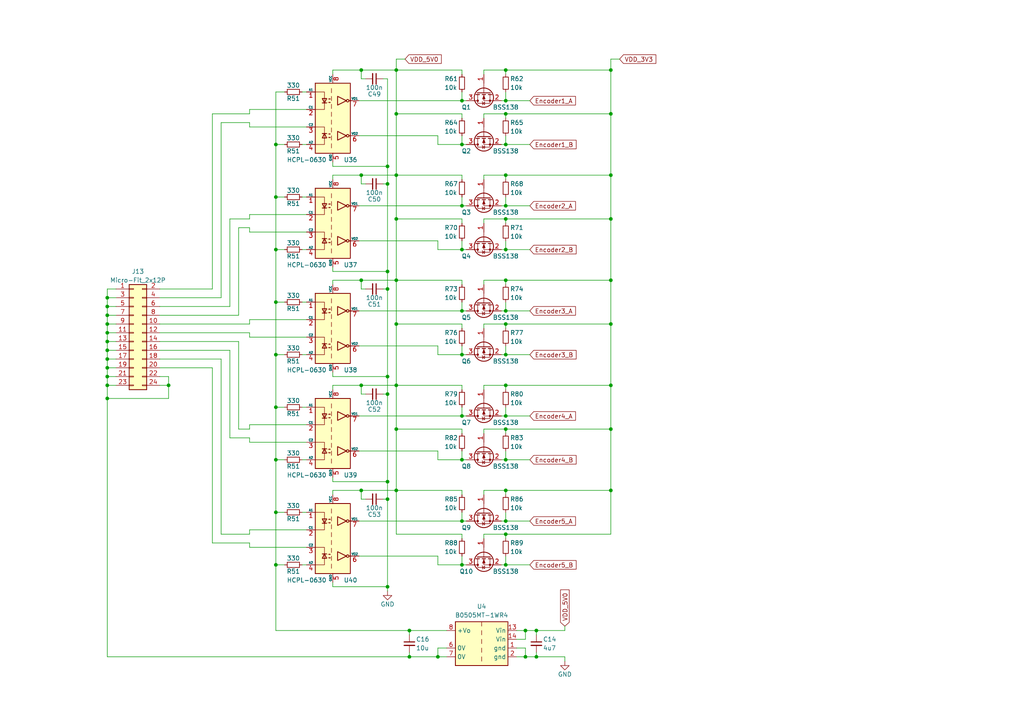
<source format=kicad_sch>
(kicad_sch (version 20230121) (generator eeschema)
  (paper "A4")
  (lib_symbols
    (symbol "Connector_Generic:Conn_02x12_Odd_Even" (pin_names (offset 1.016) hide)
      (property "Reference" "J" (at 1.27 15.24 0))
      (property "Value" "Conn_02x12_Odd_Even" (at 1.27 -17.78 0))
      (symbol "Conn_02x12_Odd_Even_1_1"
        (pin passive line (at -5.08 12.7 0) (length 3.81) (name "Pin_1") (number "1"))
        (pin passive line (at 7.62 2.54 180) (length 3.81) (name "Pin_10") (number "10"))
        (pin passive line (at -5.08 0 0) (length 3.81) (name "Pin_11") (number "11"))
        (pin passive line (at 7.62 0 180) (length 3.81) (name "Pin_12") (number "12"))
        (pin passive line (at -5.08 -2.54 0) (length 3.81) (name "Pin_13") (number "13"))
        (pin passive line (at 7.62 -2.54 180) (length 3.81) (name "Pin_14") (number "14"))
        (pin passive line (at -5.08 -5.08 0) (length 3.81) (name "Pin_15") (number "15"))
        (pin passive line (at 7.62 -5.08 180) (length 3.81) (name "Pin_16") (number "16"))
        (pin passive line (at -5.08 -7.62 0) (length 3.81) (name "Pin_17") (number "17"))
        (pin passive line (at 7.62 -7.62 180) (length 3.81) (name "Pin_18") (number "18"))
        (pin passive line (at -5.08 -10.16 0) (length 3.81) (name "Pin_19") (number "19"))
        (pin passive line (at 7.62 12.7 180) (length 3.81) (name "Pin_2") (number "2"))
        (pin passive line (at 7.62 -10.16 180) (length 3.81) (name "Pin_20") (number "20"))
        (pin passive line (at -5.08 -12.7 0) (length 3.81) (name "Pin_21") (number "21"))
        (pin passive line (at 7.62 -12.7 180) (length 3.81) (name "Pin_22") (number "22"))
        (pin passive line (at -5.08 -15.24 0) (length 3.81) (name "Pin_23") (number "23"))
        (pin passive line (at 7.62 -15.24 180) (length 3.81) (name "Pin_24") (number "24"))
        (pin passive line (at -5.08 10.16 0) (length 3.81) (name "Pin_3") (number "3"))
        (pin passive line (at 7.62 10.16 180) (length 3.81) (name "Pin_4") (number "4"))
        (pin passive line (at -5.08 7.62 0) (length 3.81) (name "Pin_5") (number "5"))
        (pin passive line (at 7.62 7.62 180) (length 3.81) (name "Pin_6") (number "6"))
        (pin passive line (at -5.08 5.08 0) (length 3.81) (name "Pin_7") (number "7"))
        (pin passive line (at 7.62 5.08 180) (length 3.81) (name "Pin_8") (number "8"))
        (pin passive line (at -5.08 2.54 0) (length 3.81) (name "Pin_9") (number "9"))
      )
    )
    (symbol "Device:C_Small" (pin_numbers hide) (pin_names (offset 0.254) hide)
      (property "Reference" "C" (at 0.254 1.778 0))
      (property "Value" "C_Small" (at 0.254 -2.032 0))
      (symbol "C_Small_1_1"
        (pin passive line (at 0 2.54 270) (length 2.032) (name "~") (number "1"))
        (pin passive line (at 0 -2.54 90) (length 2.032) (name "~") (number "2"))
      )
    )
    (symbol "Device:R_Small" (pin_numbers hide) (pin_names (offset 0.254) hide)
      (property "Reference" "R" (at 0.762 0.508 0))
      (property "Value" "R_Small" (at 0.762 -1.016 0))
      (symbol "R_Small_1_1"
        (pin passive line (at 0 2.54 270) (length 0.762) (name "~") (number "1"))
        (pin passive line (at 0 -2.54 90) (length 0.762) (name "~") (number "2"))
      )
    )
    (symbol "ISO1050DUB_1"
      (property "Reference" "U4" (at 0 9.525 0))
      (property "Value" "ISO1050DUB" (at 0 6.985 0))
      (symbol "ISO1050DUB_1_1_1"
        (pin input line (at -10.16 -2.54 0) (length 2.54) (name "gnd") (number "1"))
        (pin power_in line (at -10.16 2.54 0) (length 2.54) (name "Vin") (number "13"))
        (pin output line (at -10.16 0 0) (length 2.54) (name "Vin") (number "14"))
        (pin power_in line (at -10.16 -5.08 0) (length 2.54) (name "gnd") (number "2"))
        (pin power_in line (at 10.16 -2.54 180) (length 2.54) (name "0V") (number "6"))
        (pin power_in line (at 10.16 -5.08 180) (length 2.54) (name "0V") (number "7"))
        (pin bidirectional line (at 10.16 2.54 180) (length 2.54) (name "+Vo") (number "8"))
      )
    )
    (symbol "Isolator:HCPL-0630" (pin_names (offset 0))
      (property "Reference" "U" (at -4.064 11.43 0))
      (property "Value" "HCPL-0630" (at 7.874 11.43 0))
      (symbol "HCPL-0630_1_1"
        (pin passive line (at -7.62 7.62 0) (length 2.54) (name "A1") (number "1"))
        (pin passive line (at -7.62 2.54 0) (length 2.54) (name "C1") (number "2"))
        (pin passive line (at -7.62 -2.54 0) (length 2.54) (name "C2") (number "3"))
        (pin passive line (at -7.62 -7.62 0) (length 2.54) (name "A2") (number "4"))
        (pin power_in line (at 0 -12.7 90) (length 2.54) (name "GND") (number "5"))
        (pin open_collector line (at 7.62 -5.08 180) (length 2.54) (name "VO2") (number "6"))
        (pin open_collector line (at 7.62 5.08 180) (length 2.54) (name "VO1") (number "7"))
        (pin power_in line (at 0 12.7 270) (length 2.54) (name "VCC") (number "8"))
      )
    )
    (symbol "Transistor_FET:BSS138" (pin_names hide)
      (property "Reference" "Q" (at 5.08 1.905 0))
      (property "Value" "BSS138" (at 5.08 0 0))
      (symbol "BSS138_1_1"
        (pin input line (at -5.08 0 0) (length 2.54) (name "G") (number "1"))
        (pin passive line (at 2.54 -5.08 90) (length 2.54) (name "S") (number "2"))
        (pin passive line (at 2.54 5.08 270) (length 2.54) (name "D") (number "3"))
      )
    )
    (symbol "power:GND" (power) (pin_names (offset 0))
      (property "Value" "GND" (at 0 -3.81 0))
      (symbol "GND_1_1"
        (pin power_in line (at 0 0 270) (length 0) hide (name "GND") (number "1"))
      )
    )
  )
  (junction (at 114.935 50.8))
  (junction (at 152.4 182.88))
  (junction (at 114.935 63.5))
  (junction (at 133.985 120.65))
  (junction (at 146.685 63.5))
  (junction (at 133.985 133.35))
  (junction (at 118.745 182.88))
  (junction (at 146.685 142.24))
  (junction (at 146.685 72.39))
  (junction (at 112.395 109.22))
  (junction (at 146.685 102.87))
  (junction (at 80.01 133.35))
  (junction (at 104.775 111.76))
  (junction (at 31.115 86.36))
  (junction (at 80.01 57.15))
  (junction (at 177.165 142.24))
  (junction (at 31.115 96.52))
  (junction (at 80.01 87.63))
  (junction (at 114.935 142.24))
  (junction (at 133.985 72.39))
  (junction (at 31.115 88.9))
  (junction (at 155.575 190.5))
  (junction (at 31.115 93.98))
  (junction (at 31.115 101.6))
  (junction (at 152.4 190.5))
  (junction (at 112.395 83.82))
  (junction (at 133.985 163.83))
  (junction (at 133.985 90.17))
  (junction (at 146.685 154.94))
  (junction (at 112.395 144.78))
  (junction (at 133.985 29.21))
  (junction (at 118.745 190.5))
  (junction (at 31.115 106.68))
  (junction (at 133.985 59.69))
  (junction (at 155.575 182.88))
  (junction (at 146.685 163.83))
  (junction (at 114.935 81.28))
  (junction (at 146.685 20.32))
  (junction (at 177.165 93.98))
  (junction (at 177.165 63.5))
  (junction (at 177.165 111.76))
  (junction (at 112.395 53.34))
  (junction (at 146.685 93.98))
  (junction (at 177.165 50.8))
  (junction (at 146.685 81.28))
  (junction (at 177.165 33.02))
  (junction (at 80.01 102.87))
  (junction (at 133.985 102.87))
  (junction (at 177.165 81.28))
  (junction (at 48.895 111.76))
  (junction (at 112.395 170.18))
  (junction (at 146.685 111.76))
  (junction (at 104.775 142.24))
  (junction (at 146.685 33.02))
  (junction (at 146.685 133.35))
  (junction (at 133.985 151.13))
  (junction (at 112.395 78.74))
  (junction (at 104.775 50.8))
  (junction (at 80.01 163.83))
  (junction (at 31.115 99.06))
  (junction (at 114.935 93.98))
  (junction (at 104.775 81.28))
  (junction (at 80.01 148.59))
  (junction (at 146.685 124.46))
  (junction (at 146.685 90.17))
  (junction (at 80.01 72.39))
  (junction (at 177.165 20.32))
  (junction (at 177.165 124.46))
  (junction (at 146.685 29.21))
  (junction (at 133.985 41.91))
  (junction (at 31.115 115.57))
  (junction (at 31.115 109.22))
  (junction (at 114.935 20.32))
  (junction (at 112.395 48.26))
  (junction (at 146.685 50.8))
  (junction (at 31.115 111.76))
  (junction (at 80.01 118.11))
  (junction (at 104.775 20.32))
  (junction (at 112.395 114.3))
  (junction (at 80.01 41.91))
  (junction (at 146.685 41.91))
  (junction (at 31.115 91.44))
  (junction (at 146.685 151.13))
  (junction (at 146.685 59.69))
  (junction (at 114.935 124.46))
  (junction (at 31.115 104.14))
  (junction (at 114.935 33.02))
  (junction (at 112.395 139.7))
  (junction (at 146.685 120.65))
  (junction (at 114.935 111.76))
  (junction (at 127 190.5))
  (wire (pts (xy 96.52 20.32) (xy 104.775 20.32)))
  (wire (pts (xy 133.985 102.87) (xy 133.985 100.33)))
  (wire (pts (xy 104.14 90.17) (xy 133.985 90.17)))
  (wire (pts (xy 96.52 50.8) (xy 104.775 50.8)))
  (wire (pts (xy 133.985 113.03) (xy 133.985 111.76)))
  (wire (pts (xy 140.335 50.8) (xy 146.685 50.8)))
  (wire (pts (xy 33.655 86.36) (xy 31.115 86.36)))
  (wire (pts (xy 72.39 158.75) (xy 72.39 157.48)))
  (wire (pts (xy 114.935 142.24) (xy 114.935 124.46)))
  (wire (pts (xy 80.01 87.63) (xy 80.01 102.87)))
  (wire (pts (xy 140.335 124.46) (xy 146.685 124.46)))
  (wire (pts (xy 46.355 96.52) (xy 72.39 96.52)))
  (wire (pts (xy 114.935 17.145) (xy 114.935 20.32)))
  (wire (pts (xy 31.115 93.98) (xy 31.115 96.52)))
  (wire (pts (xy 135.255 163.83) (xy 133.985 163.83)))
  (wire (pts (xy 64.135 154.94) (xy 72.39 154.94)))
  (wire (pts (xy 129.54 187.96) (xy 127 187.96)))
  (wire (pts (xy 88.9 92.71) (xy 72.39 92.71)))
  (wire (pts (xy 146.685 93.98) (xy 177.165 93.98)))
  (wire (pts (xy 106.045 22.86) (xy 104.775 22.86)))
  (wire (pts (xy 133.985 34.29) (xy 133.985 33.02)))
  (wire (pts (xy 80.01 41.91) (xy 82.55 41.91)))
  (wire (pts (xy 88.9 67.31) (xy 72.39 67.31)))
  (wire (pts (xy 80.01 26.67) (xy 80.01 41.91)))
  (wire (pts (xy 140.335 63.5) (xy 146.685 63.5)))
  (wire (pts (xy 31.115 96.52) (xy 31.115 99.06)))
  (wire (pts (xy 127 161.29) (xy 127 163.83)))
  (wire (pts (xy 66.675 63.5) (xy 72.39 63.5)))
  (wire (pts (xy 140.335 156.21) (xy 140.335 154.94)))
  (wire (pts (xy 155.575 190.5) (xy 163.83 190.5)))
  (wire (pts (xy 146.685 90.17) (xy 146.685 87.63)))
  (wire (pts (xy 66.675 101.6) (xy 46.355 101.6)))
  (wire (pts (xy 152.4 182.88) (xy 155.575 182.88)))
  (wire (pts (xy 127 187.96) (xy 127 190.5)))
  (wire (pts (xy 135.255 90.17) (xy 133.985 90.17)))
  (wire (pts (xy 87.63 118.11) (xy 88.9 118.11)))
  (wire (pts (xy 46.355 104.14) (xy 64.135 104.14)))
  (wire (pts (xy 146.685 154.94) (xy 146.685 156.21)))
  (wire (pts (xy 114.935 33.02) (xy 114.935 20.32)))
  (wire (pts (xy 104.775 50.8) (xy 114.935 50.8)))
  (wire (pts (xy 146.685 102.87) (xy 146.685 100.33)))
  (wire (pts (xy 80.01 148.59) (xy 80.01 163.83)))
  (wire (pts (xy 177.165 93.98) (xy 177.165 111.76)))
  (wire (pts (xy 140.335 82.55) (xy 140.335 81.28)))
  (wire (pts (xy 104.775 114.3) (xy 104.775 111.76)))
  (wire (pts (xy 146.685 29.21) (xy 153.67 29.21)))
  (wire (pts (xy 96.52 107.95) (xy 96.52 109.22)))
  (wire (pts (xy 177.165 63.5) (xy 177.165 81.28)))
  (wire (pts (xy 133.985 133.35) (xy 133.985 130.81)))
  (wire (pts (xy 96.52 48.26) (xy 112.395 48.26)))
  (wire (pts (xy 61.595 157.48) (xy 61.595 106.68)))
  (wire (pts (xy 80.01 163.83) (xy 82.55 163.83)))
  (wire (pts (xy 146.685 63.5) (xy 146.685 64.77)))
  (wire (pts (xy 33.655 106.68) (xy 31.115 106.68)))
  (wire (pts (xy 66.675 127) (xy 66.675 101.6)))
  (wire (pts (xy 135.255 133.35) (xy 133.985 133.35)))
  (wire (pts (xy 31.115 104.14) (xy 31.115 106.68)))
  (wire (pts (xy 146.685 72.39) (xy 146.685 69.85)))
  (wire (pts (xy 106.045 114.3) (xy 104.775 114.3)))
  (wire (pts (xy 145.415 29.21) (xy 146.685 29.21)))
  (wire (pts (xy 104.14 59.69) (xy 133.985 59.69)))
  (wire (pts (xy 127 72.39) (xy 133.985 72.39)))
  (wire (pts (xy 80.01 163.83) (xy 80.01 182.88)))
  (wire (pts (xy 46.355 83.82) (xy 61.595 83.82)))
  (wire (pts (xy 80.01 118.11) (xy 82.55 118.11)))
  (wire (pts (xy 163.83 181.61) (xy 163.83 182.88)))
  (wire (pts (xy 133.985 90.17) (xy 133.985 87.63)))
  (wire (pts (xy 155.575 189.23) (xy 155.575 190.5)))
  (wire (pts (xy 140.335 81.28) (xy 146.685 81.28)))
  (wire (pts (xy 112.395 78.74) (xy 112.395 83.82)))
  (wire (pts (xy 111.125 144.78) (xy 112.395 144.78)))
  (wire (pts (xy 112.395 114.3) (xy 112.395 139.7)))
  (wire (pts (xy 88.9 62.23) (xy 72.39 62.23)))
  (wire (pts (xy 111.125 22.86) (xy 112.395 22.86)))
  (wire (pts (xy 61.595 157.48) (xy 72.39 157.48)))
  (wire (pts (xy 133.985 29.21) (xy 133.985 26.67)))
  (wire (pts (xy 140.335 33.02) (xy 146.685 33.02)))
  (wire (pts (xy 112.395 170.18) (xy 112.395 171.45)))
  (wire (pts (xy 114.935 81.28) (xy 114.935 63.5)))
  (wire (pts (xy 146.685 111.76) (xy 146.685 113.03)))
  (wire (pts (xy 146.685 50.8) (xy 146.685 52.07)))
  (wire (pts (xy 72.39 97.79) (xy 72.39 96.52)))
  (wire (pts (xy 88.9 158.75) (xy 72.39 158.75)))
  (wire (pts (xy 135.255 151.13) (xy 133.985 151.13)))
  (wire (pts (xy 72.39 67.31) (xy 72.39 66.04)))
  (wire (pts (xy 72.39 153.67) (xy 72.39 154.94)))
  (wire (pts (xy 145.415 41.91) (xy 146.685 41.91)))
  (wire (pts (xy 104.775 81.28) (xy 114.935 81.28)))
  (wire (pts (xy 33.655 109.22) (xy 31.115 109.22)))
  (wire (pts (xy 72.39 66.04) (xy 69.215 66.04)))
  (wire (pts (xy 80.01 118.11) (xy 80.01 133.35)))
  (wire (pts (xy 104.775 83.82) (xy 104.775 81.28)))
  (wire (pts (xy 114.935 20.32) (xy 133.985 20.32)))
  (wire (pts (xy 104.14 120.65) (xy 133.985 120.65)))
  (wire (pts (xy 135.255 29.21) (xy 133.985 29.21)))
  (wire (pts (xy 140.335 154.94) (xy 146.685 154.94)))
  (wire (pts (xy 145.415 90.17) (xy 146.685 90.17)))
  (wire (pts (xy 61.595 106.68) (xy 46.355 106.68)))
  (wire (pts (xy 104.14 161.29) (xy 127 161.29)))
  (wire (pts (xy 118.745 182.88) (xy 129.54 182.88)))
  (wire (pts (xy 146.685 63.5) (xy 177.165 63.5)))
  (wire (pts (xy 118.745 182.88) (xy 118.745 184.15)))
  (wire (pts (xy 96.52 77.47) (xy 96.52 78.74)))
  (wire (pts (xy 66.675 127) (xy 72.39 127)))
  (wire (pts (xy 104.14 29.21) (xy 133.985 29.21)))
  (wire (pts (xy 146.685 41.91) (xy 146.685 39.37)))
  (wire (pts (xy 177.165 20.32) (xy 177.165 33.02)))
  (wire (pts (xy 114.935 154.94) (xy 114.935 142.24)))
  (wire (pts (xy 140.335 52.07) (xy 140.335 50.8)))
  (wire (pts (xy 96.52 52.07) (xy 96.52 50.8)))
  (wire (pts (xy 46.355 99.06) (xy 69.215 99.06)))
  (wire (pts (xy 133.985 125.73) (xy 133.985 124.46)))
  (wire (pts (xy 69.215 99.06) (xy 69.215 124.46)))
  (wire (pts (xy 133.985 93.98) (xy 114.935 93.98)))
  (wire (pts (xy 96.52 168.91) (xy 96.52 170.18)))
  (wire (pts (xy 111.125 83.82) (xy 112.395 83.82)))
  (wire (pts (xy 31.115 88.9) (xy 31.115 91.44)))
  (wire (pts (xy 87.63 72.39) (xy 88.9 72.39)))
  (wire (pts (xy 48.895 109.22) (xy 48.895 111.76)))
  (wire (pts (xy 48.895 111.76) (xy 48.895 115.57)))
  (wire (pts (xy 88.9 123.19) (xy 72.39 123.19)))
  (wire (pts (xy 104.14 69.85) (xy 127 69.85)))
  (wire (pts (xy 133.985 81.28) (xy 114.935 81.28)))
  (wire (pts (xy 33.655 83.82) (xy 31.115 83.82)))
  (wire (pts (xy 96.52 78.74) (xy 112.395 78.74)))
  (wire (pts (xy 72.39 124.46) (xy 69.215 124.46)))
  (wire (pts (xy 104.775 142.24) (xy 114.935 142.24)))
  (wire (pts (xy 135.255 59.69) (xy 133.985 59.69)))
  (wire (pts (xy 80.01 72.39) (xy 80.01 87.63)))
  (wire (pts (xy 146.685 142.24) (xy 177.165 142.24)))
  (wire (pts (xy 96.52 113.03) (xy 96.52 111.76)))
  (wire (pts (xy 177.165 81.28) (xy 177.165 93.98)))
  (wire (pts (xy 135.255 72.39) (xy 133.985 72.39)))
  (wire (pts (xy 146.685 124.46) (xy 177.165 124.46)))
  (wire (pts (xy 133.985 64.77) (xy 133.985 63.5)))
  (wire (pts (xy 127 130.81) (xy 127 133.35)))
  (wire (pts (xy 64.135 104.14) (xy 64.135 154.94)))
  (wire (pts (xy 87.63 133.35) (xy 88.9 133.35)))
  (wire (pts (xy 145.415 102.87) (xy 146.685 102.87)))
  (wire (pts (xy 133.985 120.65) (xy 133.985 118.11)))
  (wire (pts (xy 140.335 93.98) (xy 146.685 93.98)))
  (wire (pts (xy 31.115 101.6) (xy 31.115 104.14)))
  (wire (pts (xy 146.685 133.35) (xy 146.685 130.81)))
  (wire (pts (xy 72.39 128.27) (xy 72.39 127)))
  (wire (pts (xy 87.63 57.15) (xy 88.9 57.15)))
  (wire (pts (xy 133.985 52.07) (xy 133.985 50.8)))
  (wire (pts (xy 146.685 93.98) (xy 146.685 95.25)))
  (wire (pts (xy 145.415 59.69) (xy 146.685 59.69)))
  (wire (pts (xy 114.935 93.98) (xy 114.935 81.28)))
  (wire (pts (xy 127 69.85) (xy 127 72.39)))
  (wire (pts (xy 33.655 93.98) (xy 31.115 93.98)))
  (wire (pts (xy 146.685 124.46) (xy 146.685 125.73)))
  (wire (pts (xy 104.775 22.86) (xy 104.775 20.32)))
  (wire (pts (xy 133.985 63.5) (xy 114.935 63.5)))
  (wire (pts (xy 133.985 156.21) (xy 133.985 154.94)))
  (wire (pts (xy 33.655 101.6) (xy 31.115 101.6)))
  (wire (pts (xy 104.775 144.78) (xy 104.775 142.24)))
  (wire (pts (xy 155.575 182.88) (xy 163.83 182.88)))
  (wire (pts (xy 146.685 133.35) (xy 153.67 133.35)))
  (wire (pts (xy 177.165 50.8) (xy 177.165 63.5)))
  (wire (pts (xy 96.52 82.55) (xy 96.52 81.28)))
  (wire (pts (xy 106.045 53.34) (xy 104.775 53.34)))
  (wire (pts (xy 146.685 120.65) (xy 153.67 120.65)))
  (wire (pts (xy 133.985 154.94) (xy 114.935 154.94)))
  (wire (pts (xy 61.595 33.02) (xy 72.39 33.02)))
  (wire (pts (xy 140.335 34.29) (xy 140.335 33.02)))
  (wire (pts (xy 80.01 148.59) (xy 82.55 148.59)))
  (wire (pts (xy 133.985 95.25) (xy 133.985 93.98)))
  (wire (pts (xy 80.01 182.88) (xy 118.745 182.88)))
  (wire (pts (xy 66.675 63.5) (xy 66.675 88.9)))
  (wire (pts (xy 87.63 148.59) (xy 88.9 148.59)))
  (wire (pts (xy 112.395 83.82) (xy 112.395 109.22)))
  (wire (pts (xy 127 163.83) (xy 133.985 163.83)))
  (wire (pts (xy 80.01 72.39) (xy 82.55 72.39)))
  (wire (pts (xy 64.135 35.56) (xy 72.39 35.56)))
  (wire (pts (xy 96.52 142.24) (xy 104.775 142.24)))
  (wire (pts (xy 140.335 111.76) (xy 146.685 111.76)))
  (wire (pts (xy 179.705 17.145) (xy 177.165 17.145)))
  (wire (pts (xy 96.52 139.7) (xy 112.395 139.7)))
  (wire (pts (xy 72.39 36.83) (xy 72.39 35.56)))
  (wire (pts (xy 96.52 138.43) (xy 96.52 139.7)))
  (wire (pts (xy 33.655 88.9) (xy 31.115 88.9)))
  (wire (pts (xy 114.935 124.46) (xy 114.935 111.76)))
  (wire (pts (xy 146.685 72.39) (xy 153.67 72.39)))
  (wire (pts (xy 146.685 20.32) (xy 146.685 21.59)))
  (wire (pts (xy 87.63 102.87) (xy 88.9 102.87)))
  (wire (pts (xy 133.985 142.24) (xy 114.935 142.24)))
  (wire (pts (xy 96.52 21.59) (xy 96.52 20.32)))
  (wire (pts (xy 114.935 50.8) (xy 114.935 33.02)))
  (wire (pts (xy 112.395 48.26) (xy 112.395 53.34)))
  (wire (pts (xy 133.985 111.76) (xy 114.935 111.76)))
  (wire (pts (xy 112.395 22.86) (xy 112.395 48.26)))
  (wire (pts (xy 96.52 111.76) (xy 104.775 111.76)))
  (wire (pts (xy 146.685 33.02) (xy 146.685 34.29)))
  (wire (pts (xy 177.165 142.24) (xy 177.165 154.94)))
  (wire (pts (xy 72.39 31.75) (xy 72.39 33.02)))
  (wire (pts (xy 133.985 21.59) (xy 133.985 20.32)))
  (wire (pts (xy 31.115 109.22) (xy 31.115 111.76)))
  (wire (pts (xy 152.4 185.42) (xy 152.4 182.88)))
  (wire (pts (xy 163.83 190.5) (xy 163.83 191.77)))
  (wire (pts (xy 177.165 33.02) (xy 177.165 50.8)))
  (wire (pts (xy 33.655 111.76) (xy 31.115 111.76)))
  (wire (pts (xy 146.685 120.65) (xy 146.685 118.11)))
  (wire (pts (xy 149.86 187.96) (xy 152.4 187.96)))
  (wire (pts (xy 31.115 106.68) (xy 31.115 109.22)))
  (wire (pts (xy 112.395 53.34) (xy 112.395 78.74)))
  (wire (pts (xy 80.01 57.15) (xy 82.55 57.15)))
  (wire (pts (xy 127 102.87) (xy 133.985 102.87)))
  (wire (pts (xy 104.14 39.37) (xy 127 39.37)))
  (wire (pts (xy 146.685 29.21) (xy 146.685 26.67)))
  (wire (pts (xy 133.985 143.51) (xy 133.985 142.24)))
  (wire (pts (xy 146.685 163.83) (xy 153.67 163.83)))
  (wire (pts (xy 133.985 163.83) (xy 133.985 161.29)))
  (wire (pts (xy 140.335 95.25) (xy 140.335 93.98)))
  (wire (pts (xy 46.355 111.76) (xy 48.895 111.76)))
  (wire (pts (xy 146.685 151.13) (xy 153.67 151.13)))
  (wire (pts (xy 111.125 53.34) (xy 112.395 53.34)))
  (wire (pts (xy 72.39 123.19) (xy 72.39 124.46)))
  (wire (pts (xy 177.165 111.76) (xy 177.165 124.46)))
  (wire (pts (xy 146.685 142.24) (xy 146.685 143.51)))
  (wire (pts (xy 146.685 81.28) (xy 177.165 81.28)))
  (wire (pts (xy 127 39.37) (xy 127 41.91)))
  (wire (pts (xy 72.39 92.71) (xy 72.39 93.98)))
  (wire (pts (xy 80.01 87.63) (xy 82.55 87.63)))
  (wire (pts (xy 133.985 41.91) (xy 133.985 39.37)))
  (wire (pts (xy 133.985 82.55) (xy 133.985 81.28)))
  (wire (pts (xy 145.415 120.65) (xy 146.685 120.65)))
  (wire (pts (xy 31.115 115.57) (xy 48.895 115.57)))
  (wire (pts (xy 88.9 153.67) (xy 72.39 153.67)))
  (wire (pts (xy 46.355 109.22) (xy 48.895 109.22)))
  (wire (pts (xy 87.63 26.67) (xy 88.9 26.67)))
  (wire (pts (xy 96.52 81.28) (xy 104.775 81.28)))
  (wire (pts (xy 66.675 88.9) (xy 46.355 88.9)))
  (wire (pts (xy 146.685 50.8) (xy 177.165 50.8)))
  (wire (pts (xy 146.685 59.69) (xy 153.67 59.69)))
  (wire (pts (xy 146.685 151.13) (xy 146.685 148.59)))
  (wire (pts (xy 87.63 41.91) (xy 88.9 41.91)))
  (wire (pts (xy 80.01 133.35) (xy 80.01 148.59)))
  (wire (pts (xy 80.01 133.35) (xy 82.55 133.35)))
  (wire (pts (xy 31.115 190.5) (xy 118.745 190.5)))
  (wire (pts (xy 104.775 111.76) (xy 114.935 111.76)))
  (wire (pts (xy 111.125 114.3) (xy 112.395 114.3)))
  (wire (pts (xy 112.395 109.22) (xy 112.395 114.3)))
  (wire (pts (xy 96.52 143.51) (xy 96.52 142.24)))
  (wire (pts (xy 31.115 83.82) (xy 31.115 86.36)))
  (wire (pts (xy 104.775 53.34) (xy 104.775 50.8)))
  (wire (pts (xy 145.415 163.83) (xy 146.685 163.83)))
  (wire (pts (xy 88.9 31.75) (xy 72.39 31.75)))
  (wire (pts (xy 145.415 133.35) (xy 146.685 133.35)))
  (wire (pts (xy 80.01 102.87) (xy 82.55 102.87)))
  (wire (pts (xy 146.685 111.76) (xy 177.165 111.76)))
  (wire (pts (xy 87.63 163.83) (xy 88.9 163.83)))
  (wire (pts (xy 140.335 143.51) (xy 140.335 142.24)))
  (wire (pts (xy 145.415 151.13) (xy 146.685 151.13)))
  (wire (pts (xy 31.115 86.36) (xy 31.115 88.9)))
  (wire (pts (xy 106.045 144.78) (xy 104.775 144.78)))
  (wire (pts (xy 127 133.35) (xy 133.985 133.35)))
  (wire (pts (xy 133.985 59.69) (xy 133.985 57.15)))
  (wire (pts (xy 133.985 50.8) (xy 114.935 50.8)))
  (wire (pts (xy 146.685 163.83) (xy 146.685 161.29)))
  (wire (pts (xy 46.355 93.98) (xy 72.39 93.98)))
  (wire (pts (xy 96.52 170.18) (xy 112.395 170.18)))
  (wire (pts (xy 118.745 189.23) (xy 118.745 190.5)))
  (wire (pts (xy 80.01 41.91) (xy 80.01 57.15)))
  (wire (pts (xy 149.86 185.42) (xy 152.4 185.42)))
  (wire (pts (xy 80.01 57.15) (xy 80.01 72.39)))
  (wire (pts (xy 46.355 91.44) (xy 69.215 91.44)))
  (wire (pts (xy 152.4 190.5) (xy 155.575 190.5)))
  (wire (pts (xy 146.685 90.17) (xy 153.67 90.17)))
  (wire (pts (xy 127 190.5) (xy 129.54 190.5)))
  (wire (pts (xy 146.685 81.28) (xy 146.685 82.55)))
  (wire (pts (xy 155.575 182.88) (xy 155.575 184.15)))
  (wire (pts (xy 31.115 115.57) (xy 31.115 190.5)))
  (wire (pts (xy 146.685 20.32) (xy 177.165 20.32)))
  (wire (pts (xy 118.745 190.5) (xy 127 190.5)))
  (wire (pts (xy 146.685 154.94) (xy 177.165 154.94)))
  (wire (pts (xy 88.9 36.83) (xy 72.39 36.83)))
  (wire (pts (xy 31.115 99.06) (xy 31.115 101.6)))
  (wire (pts (xy 127 100.33) (xy 127 102.87)))
  (wire (pts (xy 96.52 46.99) (xy 96.52 48.26)))
  (wire (pts (xy 146.685 41.91) (xy 153.67 41.91)))
  (wire (pts (xy 135.255 102.87) (xy 133.985 102.87)))
  (wire (pts (xy 104.14 130.81) (xy 127 130.81)))
  (wire (pts (xy 33.655 91.44) (xy 31.115 91.44)))
  (wire (pts (xy 133.985 33.02) (xy 114.935 33.02)))
  (wire (pts (xy 104.14 151.13) (xy 133.985 151.13)))
  (wire (pts (xy 146.685 59.69) (xy 146.685 57.15)))
  (wire (pts (xy 72.39 62.23) (xy 72.39 63.5)))
  (wire (pts (xy 133.985 72.39) (xy 133.985 69.85)))
  (wire (pts (xy 88.9 128.27) (xy 72.39 128.27)))
  (wire (pts (xy 149.86 190.5) (xy 152.4 190.5)))
  (wire (pts (xy 117.475 17.145) (xy 114.935 17.145)))
  (wire (pts (xy 140.335 20.32) (xy 146.685 20.32)))
  (wire (pts (xy 133.985 124.46) (xy 114.935 124.46)))
  (wire (pts (xy 33.655 96.52) (xy 31.115 96.52)))
  (wire (pts (xy 140.335 142.24) (xy 146.685 142.24)))
  (wire (pts (xy 46.355 86.36) (xy 64.135 86.36)))
  (wire (pts (xy 61.595 83.82) (xy 61.595 33.02)))
  (wire (pts (xy 152.4 187.96) (xy 152.4 190.5)))
  (wire (pts (xy 31.115 91.44) (xy 31.115 93.98)))
  (wire (pts (xy 177.165 17.145) (xy 177.165 20.32)))
  (wire (pts (xy 106.045 83.82) (xy 104.775 83.82)))
  (wire (pts (xy 146.685 33.02) (xy 177.165 33.02)))
  (wire (pts (xy 31.115 111.76) (xy 31.115 115.57)))
  (wire (pts (xy 87.63 87.63) (xy 88.9 87.63)))
  (wire (pts (xy 33.655 104.14) (xy 31.115 104.14)))
  (wire (pts (xy 145.415 72.39) (xy 146.685 72.39)))
  (wire (pts (xy 114.935 63.5) (xy 114.935 50.8)))
  (wire (pts (xy 127 41.91) (xy 133.985 41.91)))
  (wire (pts (xy 140.335 64.77) (xy 140.335 63.5)))
  (wire (pts (xy 33.655 99.06) (xy 31.115 99.06)))
  (wire (pts (xy 112.395 144.78) (xy 112.395 170.18)))
  (wire (pts (xy 140.335 21.59) (xy 140.335 20.32)))
  (wire (pts (xy 104.14 100.33) (xy 127 100.33)))
  (wire (pts (xy 149.86 182.88) (xy 152.4 182.88)))
  (wire (pts (xy 140.335 113.03) (xy 140.335 111.76)))
  (wire (pts (xy 96.52 109.22) (xy 112.395 109.22)))
  (wire (pts (xy 140.335 125.73) (xy 140.335 124.46)))
  (wire (pts (xy 135.255 120.65) (xy 133.985 120.65)))
  (wire (pts (xy 114.935 111.76) (xy 114.935 93.98)))
  (wire (pts (xy 133.985 151.13) (xy 133.985 148.59)))
  (wire (pts (xy 88.9 97.79) (xy 72.39 97.79)))
  (wire (pts (xy 146.685 102.87) (xy 153.67 102.87)))
  (wire (pts (xy 112.395 139.7) (xy 112.395 144.78)))
  (wire (pts (xy 104.775 20.32) (xy 114.935 20.32)))
  (wire (pts (xy 64.135 86.36) (xy 64.135 35.56)))
  (wire (pts (xy 80.01 102.87) (xy 80.01 118.11)))
  (wire (pts (xy 177.165 124.46) (xy 177.165 142.24)))
  (wire (pts (xy 80.01 26.67) (xy 82.55 26.67)))
  (wire (pts (xy 69.215 66.04) (xy 69.215 91.44)))
  (wire (pts (xy 135.255 41.91) (xy 133.985 41.91)))
  (global_label "VDD_5V0" (shape input) (at 163.83 181.61 90) (property "Intersheetrefs" "${INTERSHEET_REFS}" (effects hide)))
  (global_label "Encoder3_A" (shape input) (at 153.67 90.17 0) (property "Intersheetrefs" "${INTERSHEET_REFS}" (effects hide)))
  (global_label "VDD_5V0" (shape input) (at 117.475 17.145 0) (property "Intersheetrefs" "${INTERSHEET_REFS}" (effects hide)))
  (global_label "Encoder4_B" (shape input) (at 153.67 133.35 0) (property "Intersheetrefs" "${INTERSHEET_REFS}" (effects hide)))
  (global_label "Encoder2_A" (shape input) (at 153.67 59.69 0) (property "Intersheetrefs" "${INTERSHEET_REFS}" (effects hide)))
  (global_label "Encoder1_A" (shape input) (at 153.67 29.21 0) (property "Intersheetrefs" "${INTERSHEET_REFS}" (effects hide)))
  (global_label "VDD_3V3" (shape input) (at 179.705 17.145 0) (property "Intersheetrefs" "${INTERSHEET_REFS}" (effects hide)))
  (global_label "Encoder1_B" (shape input) (at 153.67 41.91 0) (property "Intersheetrefs" "${INTERSHEET_REFS}" (effects hide)))
  (global_label "Encoder5_A" (shape input) (at 153.67 151.13 0) (property "Intersheetrefs" "${INTERSHEET_REFS}" (effects hide)))
  (global_label "Encoder3_B" (shape input) (at 153.67 102.87 0) (property "Intersheetrefs" "${INTERSHEET_REFS}" (effects hide)))
  (global_label "Encoder4_A" (shape input) (at 153.67 120.65 0) (property "Intersheetrefs" "${INTERSHEET_REFS}" (effects hide)))
  (global_label "Encoder2_B" (shape input) (at 153.67 72.39 0) (property "Intersheetrefs" "${INTERSHEET_REFS}" (effects hide)))
  (global_label "Encoder5_B" (shape input) (at 153.67 163.83 0) (property "Intersheetrefs" "${INTERSHEET_REFS}" (effects hide)))
  (symbol (lib_id "Device:R_Small") (at 85.09 148.59 90) (unit 1)
    (property "Reference" "R51" (at 85.09 150.495 90))
    (property "Value" "330" (at 85.09 146.685 90))
    (property "Footprint" "Resistor_SMD:R_0603_1608Metric" (effects hide))
    (property "Ссылка" "https://www.chipdip.ru/product/0.1w-0603-330-om-1" (effects hide))
    (property "Цена" "5" (effects hide))
    (property "Человекопонятное название" "Резистор 330 Ом" (effects hide))
    (instances (project "impeller" (path "" (reference "R51") (unit 1)) (path "" (reference "R87") (unit 1))))
  )
  (symbol (lib_id "Device:R_Small") (at 85.09 26.67 90) (unit 1)
    (property "Reference" "R51" (at 85.09 28.575 90))
    (property "Value" "330" (at 85.09 24.765 90))
    (property "Footprint" "Resistor_SMD:R_0603_1608Metric" (effects hide))
    (property "Ссылка" "https://www.chipdip.ru/product/0.1w-0603-330-om-1" (effects hide))
    (property "Цена" "5" (effects hide))
    (property "Человекопонятное название" "Резистор 330 Ом" (effects hide))
    (instances (project "impeller" (path "" (reference "R51") (unit 1)) (path "" (reference "R63") (unit 1))))
  )
  (symbol (lib_id "Transistor_FET:BSS138") (at 140.335 26.67 90) (mirror x) (unit 1)
    (property "Reference" "Q1" (at 135.255 31.115 90))
    (property "Value" "BSS138" (at 146.685 31.115 90))
    (property "Footprint" "Package_TO_SOT_SMD:SOT-23" (effects hide))
    (property "Datasheet" "https://www.onsemi.com/pub/Collateral/BSS138-D.PDF" (effects hide))
    (property "Ссылка" "https://www.chipdip.ru/product/bss138-umw" (effects hide))
    (property "Цена" "3" (effects hide))
    (property "Человекопонятное название" "Транзистор полевой n типа" (effects hide))
  )
  (symbol (lib_id "Device:R_Small") (at 146.685 67.31 0) (unit 1)
    (property "Reference" "R71" (at 147.955 66.04 0) (effects (justify left)))
    (property "Value" "10k" (at 147.955 68.58 0) (effects (justify left)))
    (property "Footprint" "Resistor_SMD:R_0805_2012Metric" (effects hide))
    (property "Ссылка" "https://www.chipdip.ru/product/0.125w-0805-10-kom-5" (effects hide))
    (property "Цена" "5" (effects hide))
    (property "Человекопонятное название" "Резистор 10k Ом" (effects hide))
  )
  (symbol (lib_name "ISO1050DUB_1") (lib_id "Interface_CAN_LIN:ISO1050DUB") (at 139.7 185.42 0) (mirror y) (unit 1)
    (property "Reference" "U4" (at 139.7 175.895 0))
    (property "Value" "B0505MT-1WR4" (at 139.7 178.435 0))
    (property "Footprint" "user_lib:B0505MT-1WR4" (effects hide))
    (property "Ссылка" "https://www.chipdip.ru/product0/8003333290" (effects hide))
    (property "Цена" "120" (effects hide))
    (property "Человекопонятное название" "DC/DC преобразователь" (effects hide))
    (instances (project "impeller" (path "" (reference "U4") (unit 1)) (path "" (reference "U4") (unit 1)) (path "" (reference "U24") (unit 1)) (path "" (reference "U41") (unit 1))))
  )
  (symbol (lib_id "Isolator:HCPL-0630") (at 96.52 34.29 0) (unit 1)
    (property "Reference" "U36" (at 99.695 46.355 0) (effects (justify left)))
    (property "Value" "HCPL-0630" (at 83.185 46.355 0) (effects (justify left)))
    (property "Footprint" "Package_SO:SOIC-8_3.9x4.9mm_P1.27mm" (effects hide))
    (property "Datasheet" "https://docs.broadcom.com/docs/AV02-0940EN" (effects hide))
    (property "Человекопонятное название" "Оптопара двухканальная с логическими уровнями на выходе" (effects hide))
  )
  (symbol (lib_id "Device:R_Small") (at 133.985 158.75 0) (unit 1)
    (property "Reference" "R88" (at 128.905 157.48 0) (effects (justify left)))
    (property "Value" "10k" (at 128.905 160.02 0) (effects (justify left)))
    (property "Footprint" "Resistor_SMD:R_0805_2012Metric" (effects hide))
    (property "Ссылка" "https://www.chipdip.ru/product/0.125w-0805-10-kom-5" (effects hide))
    (property "Цена" "5" (effects hide))
    (property "Человекопонятное название" "Резистор 10k Ом" (effects hide))
  )
  (symbol (lib_id "Device:R_Small") (at 85.09 87.63 90) (unit 1)
    (property "Reference" "R51" (at 85.09 89.535 90))
    (property "Value" "330" (at 85.09 85.725 90))
    (property "Footprint" "Resistor_SMD:R_0603_1608Metric" (effects hide))
    (property "Ссылка" "https://www.chipdip.ru/product/0.1w-0603-330-om-1" (effects hide))
    (property "Цена" "5" (effects hide))
    (property "Человекопонятное название" "Резистор 330 Ом" (effects hide))
    (instances (project "impeller" (path "" (reference "R51") (unit 1)) (path "" (reference "R75") (unit 1))))
  )
  (symbol (lib_id "Device:R_Small") (at 133.985 146.05 0) (unit 1)
    (property "Reference" "R85" (at 128.905 144.78 0) (effects (justify left)))
    (property "Value" "10k" (at 128.905 147.32 0) (effects (justify left)))
    (property "Footprint" "Resistor_SMD:R_0805_2012Metric" (effects hide))
    (property "Ссылка" "https://www.chipdip.ru/product/0.125w-0805-10-kom-5" (effects hide))
    (property "Цена" "5" (effects hide))
    (property "Человекопонятное название" "Резистор 10k Ом" (effects hide))
  )
  (symbol (lib_id "Transistor_FET:BSS138") (at 140.335 87.63 90) (mirror x) (unit 1)
    (property "Reference" "Q5" (at 135.255 92.075 90))
    (property "Value" "BSS138" (at 146.685 92.075 90))
    (property "Footprint" "Package_TO_SOT_SMD:SOT-23" (effects hide))
    (property "Datasheet" "https://www.onsemi.com/pub/Collateral/BSS138-D.PDF" (effects hide))
    (property "Ссылка" "https://www.chipdip.ru/product/bss138-umw" (effects hide))
    (property "Цена" "3" (effects hide))
    (property "Человекопонятное название" "Транзистор полевой n типа" (effects hide))
  )
  (symbol (lib_id "Transistor_FET:BSS138") (at 140.335 69.85 90) (mirror x) (unit 1)
    (property "Reference" "Q4" (at 135.255 74.295 90))
    (property "Value" "BSS138" (at 146.685 74.295 90))
    (property "Footprint" "Package_TO_SOT_SMD:SOT-23" (effects hide))
    (property "Datasheet" "https://www.onsemi.com/pub/Collateral/BSS138-D.PDF" (effects hide))
    (property "Ссылка" "https://www.chipdip.ru/product/bss138-umw" (effects hide))
    (property "Цена" "3" (effects hide))
    (property "Человекопонятное название" "Транзистор полевой n типа" (effects hide))
  )
  (symbol (lib_id "Device:R_Small") (at 85.09 118.11 90) (unit 1)
    (property "Reference" "R51" (at 85.09 120.015 90))
    (property "Value" "330" (at 85.09 116.205 90))
    (property "Footprint" "Resistor_SMD:R_0603_1608Metric" (effects hide))
    (property "Ссылка" "https://www.chipdip.ru/product/0.1w-0603-330-om-1" (effects hide))
    (property "Цена" "5" (effects hide))
    (property "Человекопонятное название" "Резистор 330 Ом" (effects hide))
    (instances (project "impeller" (path "" (reference "R51") (unit 1)) (path "" (reference "R81") (unit 1))))
  )
  (symbol (lib_id "Device:R_Small") (at 146.685 158.75 0) (unit 1)
    (property "Reference" "R89" (at 147.955 157.48 0) (effects (justify left)))
    (property "Value" "10k" (at 147.955 160.02 0) (effects (justify left)))
    (property "Footprint" "Resistor_SMD:R_0805_2012Metric" (effects hide))
    (property "Ссылка" "https://www.chipdip.ru/product/0.125w-0805-10-kom-5" (effects hide))
    (property "Цена" "5" (effects hide))
    (property "Человекопонятное название" "Резистор 10k Ом" (effects hide))
  )
  (symbol (lib_id "Device:R_Small") (at 146.685 36.83 0) (unit 1)
    (property "Reference" "R65" (at 147.955 35.56 0) (effects (justify left)))
    (property "Value" "10k" (at 147.955 38.1 0) (effects (justify left)))
    (property "Footprint" "Resistor_SMD:R_0805_2012Metric" (effects hide))
    (property "Ссылка" "https://www.chipdip.ru/product/0.125w-0805-10-kom-5" (effects hide))
    (property "Цена" "5" (effects hide))
    (property "Человекопонятное название" "Резистор 10k Ом" (effects hide))
  )
  (symbol (lib_id "Device:C_Small") (at 118.745 186.69 0) (unit 1)
    (property "Reference" "C16" (at 120.65 185.42 0) (effects (justify left)))
    (property "Value" "10u" (at 120.65 187.96 0) (effects (justify left)))
    (property "Footprint" "Capacitor_SMD:C_0805_2012Metric" (effects hide))
    (property "Ссылка" "https://www.chipdip.ru/product/grm21br61e106ka73l" (effects hide))
    (property "Цена" "13" (effects hide))
    (property "Человекопонятное название" "Конденсатор 10мкФ" (effects hide))
    (instances (project "impeller" (path "" (reference "C16") (unit 1)) (path "" (reference "C12") (unit 1)) (path "" (reference "C26") (unit 1)) (path "" (reference "C54") (unit 1))))
  )
  (symbol (lib_id "Device:R_Small") (at 85.09 163.83 90) (unit 1)
    (property "Reference" "R51" (at 85.09 165.735 90))
    (property "Value" "330" (at 85.09 161.925 90))
    (property "Footprint" "Resistor_SMD:R_0603_1608Metric" (effects hide))
    (property "Ссылка" "https://www.chipdip.ru/product/0.1w-0603-330-om-1" (effects hide))
    (property "Цена" "5" (effects hide))
    (property "Человекопонятное название" "Резистор 330 Ом" (effects hide))
    (instances (project "impeller" (path "" (reference "R51") (unit 1)) (path "" (reference "R90") (unit 1))))
  )
  (symbol (lib_id "Device:R_Small") (at 146.685 128.27 0) (unit 1)
    (property "Reference" "R83" (at 147.955 127 0) (effects (justify left)))
    (property "Value" "10k" (at 147.955 129.54 0) (effects (justify left)))
    (property "Footprint" "Resistor_SMD:R_0805_2012Metric" (effects hide))
    (property "Ссылка" "https://www.chipdip.ru/product/0.125w-0805-10-kom-5" (effects hide))
    (property "Цена" "5" (effects hide))
    (property "Человекопонятное название" "Резистор 10k Ом" (effects hide))
  )
  (symbol (lib_id "Transistor_FET:BSS138") (at 140.335 100.33 90) (mirror x) (unit 1)
    (property "Reference" "Q6" (at 135.255 104.775 90))
    (property "Value" "BSS138" (at 146.685 104.775 90))
    (property "Footprint" "Package_TO_SOT_SMD:SOT-23" (effects hide))
    (property "Datasheet" "https://www.onsemi.com/pub/Collateral/BSS138-D.PDF" (effects hide))
    (property "Ссылка" "https://www.chipdip.ru/product/bss138-umw" (effects hide))
    (property "Цена" "3" (effects hide))
    (property "Человекопонятное название" "Транзистор полевой n типа" (effects hide))
  )
  (symbol (lib_id "Device:R_Small") (at 146.685 85.09 0) (unit 1)
    (property "Reference" "R74" (at 147.955 83.82 0) (effects (justify left)))
    (property "Value" "10k" (at 147.955 86.36 0) (effects (justify left)))
    (property "Footprint" "Resistor_SMD:R_0805_2012Metric" (effects hide))
    (property "Ссылка" "https://www.chipdip.ru/product/0.125w-0805-10-kom-5" (effects hide))
    (property "Цена" "5" (effects hide))
    (property "Человекопонятное название" "Резистор 10k Ом" (effects hide))
  )
  (symbol (lib_id "Device:R_Small") (at 133.985 97.79 0) (unit 1)
    (property "Reference" "R76" (at 128.905 96.52 0) (effects (justify left)))
    (property "Value" "10k" (at 128.905 99.06 0) (effects (justify left)))
    (property "Footprint" "Resistor_SMD:R_0805_2012Metric" (effects hide))
    (property "Ссылка" "https://www.chipdip.ru/product/0.125w-0805-10-kom-5" (effects hide))
    (property "Цена" "5" (effects hide))
    (property "Человекопонятное название" "Резистор 10k Ом" (effects hide))
  )
  (symbol (lib_id "Device:R_Small") (at 133.985 24.13 0) (unit 1)
    (property "Reference" "R61" (at 128.905 22.86 0) (effects (justify left)))
    (property "Value" "10k" (at 128.905 25.4 0) (effects (justify left)))
    (property "Footprint" "Resistor_SMD:R_0805_2012Metric" (effects hide))
    (property "Ссылка" "https://www.chipdip.ru/product/0.125w-0805-10-kom-5" (effects hide))
    (property "Цена" "5" (effects hide))
    (property "Человекопонятное название" "Резистор 10k Ом" (effects hide))
  )
  (symbol (lib_id "Device:R_Small") (at 133.985 128.27 0) (unit 1)
    (property "Reference" "R82" (at 128.905 127 0) (effects (justify left)))
    (property "Value" "10k" (at 128.905 129.54 0) (effects (justify left)))
    (property "Footprint" "Resistor_SMD:R_0805_2012Metric" (effects hide))
    (property "Ссылка" "https://www.chipdip.ru/product/0.125w-0805-10-kom-5" (effects hide))
    (property "Цена" "5" (effects hide))
    (property "Человекопонятное название" "Резистор 10k Ом" (effects hide))
  )
  (symbol (lib_id "Device:C_Small") (at 108.585 53.34 270) (unit 1)
    (property "Reference" "C50" (at 108.585 57.785 90))
    (property "Value" "100n" (at 108.5787 55.88 90))
    (property "Footprint" "Capacitor_SMD:C_0805_2012Metric" (effects hide))
    (property "Ссылка" "https://www.chipdip.ru/product/grm21br71h104k" (effects hide))
    (property "Цена" "13" (effects hide))
    (property "Человекопонятное название" "Конденсатор 100нФ" (effects hide))
  )
  (symbol (lib_id "Device:R_Small") (at 146.685 115.57 0) (unit 1)
    (property "Reference" "R80" (at 147.955 114.3 0) (effects (justify left)))
    (property "Value" "10k" (at 147.955 116.84 0) (effects (justify left)))
    (property "Footprint" "Resistor_SMD:R_0805_2012Metric" (effects hide))
    (property "Ссылка" "https://www.chipdip.ru/product/0.125w-0805-10-kom-5" (effects hide))
    (property "Цена" "5" (effects hide))
    (property "Человекопонятное название" "Резистор 10k Ом" (effects hide))
  )
  (symbol (lib_id "Device:C_Small") (at 108.585 144.78 270) (unit 1)
    (property "Reference" "C53" (at 108.585 149.225 90))
    (property "Value" "100n" (at 108.5787 147.32 90))
    (property "Footprint" "Capacitor_SMD:C_0805_2012Metric" (effects hide))
    (property "Ссылка" "https://www.chipdip.ru/product/grm21br71h104k" (effects hide))
    (property "Цена" "13" (effects hide))
    (property "Человекопонятное название" "Конденсатор 100нФ" (effects hide))
  )
  (symbol (lib_id "Isolator:HCPL-0630") (at 96.52 125.73 0) (unit 1)
    (property "Reference" "U39" (at 99.695 137.795 0) (effects (justify left)))
    (property "Value" "HCPL-0630" (at 83.185 137.795 0) (effects (justify left)))
    (property "Footprint" "Package_SO:SOIC-8_3.9x4.9mm_P1.27mm" (effects hide))
    (property "Datasheet" "https://docs.broadcom.com/docs/AV02-0940EN" (effects hide))
    (property "Человекопонятное название" "Оптопара двухканальная с логическими уровнями на выходе" (effects hide))
  )
  (symbol (lib_id "power:GND") (at 163.83 191.77 0) (unit 1)
    (property "Reference" "#PWR02" (effects hide))
    (property "Value" "GND" (at 163.83 195.58 0))
    (instances (project "impeller" (path "" (reference "#PWR02") (unit 1)) (path "" (reference "#PWR06") (unit 1)) (path "" (reference "#PWR027") (unit 1)) (path "" (reference "#PWR034") (unit 1))))
  )
  (symbol (lib_id "Device:R_Small") (at 133.985 36.83 0) (unit 1)
    (property "Reference" "R64" (at 128.905 35.56 0) (effects (justify left)))
    (property "Value" "10k" (at 128.905 38.1 0) (effects (justify left)))
    (property "Footprint" "Resistor_SMD:R_0805_2012Metric" (effects hide))
    (property "Ссылка" "https://www.chipdip.ru/product/0.125w-0805-10-kom-5" (effects hide))
    (property "Цена" "5" (effects hide))
    (property "Человекопонятное название" "Резистор 10k Ом" (effects hide))
  )
  (symbol (lib_id "power:GND") (at 112.395 171.45 0) (unit 1)
    (property "Reference" "#PWR033" (effects hide))
    (property "Value" "GND" (at 112.395 175.26 0))
  )
  (symbol (lib_id "Isolator:HCPL-0630") (at 96.52 64.77 0) (unit 1)
    (property "Reference" "U37" (at 99.695 76.835 0) (effects (justify left)))
    (property "Value" "HCPL-0630" (at 83.185 76.835 0) (effects (justify left)))
    (property "Footprint" "Package_SO:SOIC-8_3.9x4.9mm_P1.27mm" (effects hide))
    (property "Datasheet" "https://docs.broadcom.com/docs/AV02-0940EN" (effects hide))
    (property "Человекопонятное название" "Оптопара двухканальная с логическими уровнями на выходе" (effects hide))
  )
  (symbol (lib_id "Connector_Generic:Conn_02x12_Odd_Even") (at 38.735 96.52 0) (unit 1)
    (property "Reference" "J13" (at 40.005 78.74 0))
    (property "Value" "Micro-Fit_2x12P" (at 40.005 81.28 0))
    (property "Footprint" "Connector_Molex:Molex_Micro-Fit_3.0_43045-2400_2x12_P3.00mm_Horizontal" (effects hide))
    (property "Ссылка" "https://www.chipdip.ru/product/sct3001wr-2x12p" (effects hide))
    (property "Цена" "51" (effects hide))
    (property "Человекопонятное название" "Разъем Micro-Fit 2x12 М" (effects hide))
  )
  (symbol (lib_id "Device:R_Small") (at 146.685 54.61 0) (unit 1)
    (property "Reference" "R68" (at 147.955 53.34 0) (effects (justify left)))
    (property "Value" "10k" (at 147.955 55.88 0) (effects (justify left)))
    (property "Footprint" "Resistor_SMD:R_0805_2012Metric" (effects hide))
    (property "Ссылка" "https://www.chipdip.ru/product/0.125w-0805-10-kom-5" (effects hide))
    (property "Цена" "5" (effects hide))
    (property "Человекопонятное название" "Резистор 10k Ом" (effects hide))
  )
  (symbol (lib_id "Device:R_Small") (at 133.985 54.61 0) (unit 1)
    (property "Reference" "R67" (at 128.905 53.34 0) (effects (justify left)))
    (property "Value" "10k" (at 128.905 55.88 0) (effects (justify left)))
    (property "Footprint" "Resistor_SMD:R_0805_2012Metric" (effects hide))
    (property "Ссылка" "https://www.chipdip.ru/product/0.125w-0805-10-kom-5" (effects hide))
    (property "Цена" "5" (effects hide))
    (property "Человекопонятное название" "Резистор 10k Ом" (effects hide))
  )
  (symbol (lib_id "Isolator:HCPL-0630") (at 96.52 156.21 0) (unit 1)
    (property "Reference" "U40" (at 99.695 168.275 0) (effects (justify left)))
    (property "Value" "HCPL-0630" (at 83.185 168.275 0) (effects (justify left)))
    (property "Footprint" "Package_SO:SOIC-8_3.9x4.9mm_P1.27mm" (effects hide))
    (property "Datasheet" "https://docs.broadcom.com/docs/AV02-0940EN" (effects hide))
    (property "Человекопонятное название" "Оптопара двухканальная с логическими уровнями на выходе" (effects hide))
  )
  (symbol (lib_id "Device:R_Small") (at 85.09 133.35 90) (unit 1)
    (property "Reference" "R51" (at 85.09 135.255 90))
    (property "Value" "330" (at 85.09 131.445 90))
    (property "Footprint" "Resistor_SMD:R_0603_1608Metric" (effects hide))
    (property "Ссылка" "https://www.chipdip.ru/product/0.1w-0603-330-om-1" (effects hide))
    (property "Цена" "5" (effects hide))
    (property "Человекопонятное название" "Резистор 330 Ом" (effects hide))
    (instances (project "impeller" (path "" (reference "R51") (unit 1)) (path "" (reference "R84") (unit 1))))
  )
  (symbol (lib_id "Device:R_Small") (at 85.09 41.91 90) (unit 1)
    (property "Reference" "R51" (at 85.09 43.815 90))
    (property "Value" "330" (at 85.09 40.005 90))
    (property "Footprint" "Resistor_SMD:R_0603_1608Metric" (effects hide))
    (property "Ссылка" "https://www.chipdip.ru/product/0.1w-0603-330-om-1" (effects hide))
    (property "Цена" "5" (effects hide))
    (property "Человекопонятное название" "Резистор 330 Ом" (effects hide))
    (instances (project "impeller" (path "" (reference "R51") (unit 1)) (path "" (reference "R66") (unit 1))))
  )
  (symbol (lib_id "Device:R_Small") (at 146.685 24.13 0) (unit 1)
    (property "Reference" "R62" (at 147.955 22.86 0) (effects (justify left)))
    (property "Value" "10k" (at 147.955 25.4 0) (effects (justify left)))
    (property "Footprint" "Resistor_SMD:R_0805_2012Metric" (effects hide))
    (property "Ссылка" "https://www.chipdip.ru/product/0.125w-0805-10-kom-5" (effects hide))
    (property "Цена" "5" (effects hide))
    (property "Человекопонятное название" "Резистор 10k Ом" (effects hide))
  )
  (symbol (lib_id "Transistor_FET:BSS138") (at 140.335 148.59 90) (mirror x) (unit 1)
    (property "Reference" "Q9" (at 135.255 153.035 90))
    (property "Value" "BSS138" (at 146.685 153.035 90))
    (property "Footprint" "Package_TO_SOT_SMD:SOT-23" (effects hide))
    (property "Datasheet" "https://www.onsemi.com/pub/Collateral/BSS138-D.PDF" (effects hide))
    (property "Ссылка" "https://www.chipdip.ru/product/bss138-umw" (effects hide))
    (property "Цена" "3" (effects hide))
    (property "Человекопонятное название" "Транзистор полевой n типа" (effects hide))
  )
  (symbol (lib_id "Device:R_Small") (at 146.685 97.79 0) (unit 1)
    (property "Reference" "R77" (at 147.955 96.52 0) (effects (justify left)))
    (property "Value" "10k" (at 147.955 99.06 0) (effects (justify left)))
    (property "Footprint" "Resistor_SMD:R_0805_2012Metric" (effects hide))
    (property "Ссылка" "https://www.chipdip.ru/product/0.125w-0805-10-kom-5" (effects hide))
    (property "Цена" "5" (effects hide))
    (property "Человекопонятное название" "Резистор 10k Ом" (effects hide))
  )
  (symbol (lib_id "Device:C_Small") (at 108.585 114.3 270) (unit 1)
    (property "Reference" "C52" (at 108.585 118.745 90))
    (property "Value" "100n" (at 108.5787 116.84 90))
    (property "Footprint" "Capacitor_SMD:C_0805_2012Metric" (effects hide))
    (property "Ссылка" "https://www.chipdip.ru/product/grm21br71h104k" (effects hide))
    (property "Цена" "13" (effects hide))
    (property "Человекопонятное название" "Конденсатор 100нФ" (effects hide))
  )
  (symbol (lib_id "Transistor_FET:BSS138") (at 140.335 161.29 90) (mirror x) (unit 1)
    (property "Reference" "Q10" (at 135.255 165.735 90))
    (property "Value" "BSS138" (at 146.685 165.735 90))
    (property "Footprint" "Package_TO_SOT_SMD:SOT-23" (effects hide))
    (property "Datasheet" "https://www.onsemi.com/pub/Collateral/BSS138-D.PDF" (effects hide))
    (property "Ссылка" "https://www.chipdip.ru/product/bss138-umw" (effects hide))
    (property "Цена" "3" (effects hide))
    (property "Человекопонятное название" "Транзистор полевой n типа" (effects hide))
  )
  (symbol (lib_id "Transistor_FET:BSS138") (at 140.335 130.81 90) (mirror x) (unit 1)
    (property "Reference" "Q8" (at 135.255 135.255 90))
    (property "Value" "BSS138" (at 146.685 135.255 90))
    (property "Footprint" "Package_TO_SOT_SMD:SOT-23" (effects hide))
    (property "Datasheet" "https://www.onsemi.com/pub/Collateral/BSS138-D.PDF" (effects hide))
    (property "Ссылка" "https://www.chipdip.ru/product/bss138-umw" (effects hide))
    (property "Цена" "3" (effects hide))
    (property "Человекопонятное название" "Транзистор полевой n типа" (effects hide))
  )
  (symbol (lib_id "Device:R_Small") (at 85.09 102.87 90) (unit 1)
    (property "Reference" "R51" (at 85.09 104.775 90))
    (property "Value" "330" (at 85.09 100.965 90))
    (property "Footprint" "Resistor_SMD:R_0603_1608Metric" (effects hide))
    (property "Ссылка" "https://www.chipdip.ru/product/0.1w-0603-330-om-1" (effects hide))
    (property "Цена" "5" (effects hide))
    (property "Человекопонятное название" "Резистор 330 Ом" (effects hide))
    (instances (project "impeller" (path "" (reference "R51") (unit 1)) (path "" (reference "R78") (unit 1))))
  )
  (symbol (lib_id "Device:C_Small") (at 155.575 186.69 0) (unit 1)
    (property "Reference" "C14" (at 157.48 185.42 0) (effects (justify left)))
    (property "Value" "4u7" (at 157.48 187.96 0) (effects (justify left)))
    (property "Footprint" "Capacitor_SMD:C_0805_2012Metric" (effects hide))
    (property "Ссылка" "https://www.chipdip.ru/product/grm21br61e475ka12l" (effects hide))
    (property "Цена" "13" (effects hide))
    (property "Человекопонятное название" "Конденсатор 4.7мкФ" (effects hide))
    (instances (project "impeller" (path "" (reference "C14") (unit 1)) (path "" (reference "C13") (unit 1)) (path "" (reference "C27") (unit 1)) (path "" (reference "C55") (unit 1))))
  )
  (symbol (lib_id "Device:R_Small") (at 133.985 67.31 0) (unit 1)
    (property "Reference" "R70" (at 128.905 66.04 0) (effects (justify left)))
    (property "Value" "10k" (at 128.905 68.58 0) (effects (justify left)))
    (property "Footprint" "Resistor_SMD:R_0805_2012Metric" (effects hide))
    (property "Ссылка" "https://www.chipdip.ru/product/0.125w-0805-10-kom-5" (effects hide))
    (property "Цена" "5" (effects hide))
    (property "Человекопонятное название" "Резистор 10k Ом" (effects hide))
  )
  (symbol (lib_id "Device:R_Small") (at 146.685 146.05 0) (unit 1)
    (property "Reference" "R86" (at 147.955 144.78 0) (effects (justify left)))
    (property "Value" "10k" (at 147.955 147.32 0) (effects (justify left)))
    (property "Footprint" "Resistor_SMD:R_0805_2012Metric" (effects hide))
    (property "Ссылка" "https://www.chipdip.ru/product/0.125w-0805-10-kom-5" (effects hide))
    (property "Цена" "5" (effects hide))
    (property "Человекопонятное название" "Резистор 10k Ом" (effects hide))
  )
  (symbol (lib_id "Transistor_FET:BSS138") (at 140.335 118.11 90) (mirror x) (unit 1)
    (property "Reference" "Q7" (at 135.255 122.555 90))
    (property "Value" "BSS138" (at 146.685 122.555 90))
    (property "Footprint" "Package_TO_SOT_SMD:SOT-23" (effects hide))
    (property "Datasheet" "https://www.onsemi.com/pub/Collateral/BSS138-D.PDF" (effects hide))
    (property "Ссылка" "https://www.chipdip.ru/product/bss138-umw" (effects hide))
    (property "Цена" "3" (effects hide))
    (property "Человекопонятное название" "Транзистор полевой n типа" (effects hide))
  )
  (symbol (lib_id "Device:R_Small") (at 133.985 115.57 0) (unit 1)
    (property "Reference" "R79" (at 128.905 114.3 0) (effects (justify left)))
    (property "Value" "10k" (at 128.905 116.84 0) (effects (justify left)))
    (property "Footprint" "Resistor_SMD:R_0805_2012Metric" (effects hide))
    (property "Ссылка" "https://www.chipdip.ru/product/0.125w-0805-10-kom-5" (effects hide))
    (property "Цена" "5" (effects hide))
    (property "Человекопонятное название" "Резистор 10k Ом" (effects hide))
  )
  (symbol (lib_id "Isolator:HCPL-0630") (at 96.52 95.25 0) (unit 1)
    (property "Reference" "U38" (at 99.695 107.315 0) (effects (justify left)))
    (property "Value" "HCPL-0630" (at 83.185 107.315 0) (effects (justify left)))
    (property "Footprint" "Package_SO:SOIC-8_3.9x4.9mm_P1.27mm" (effects hide))
    (property "Datasheet" "https://docs.broadcom.com/docs/AV02-0940EN" (effects hide))
    (property "Человекопонятное название" "Оптопара двухканальная с логическими уровнями на выходе" (effects hide))
  )
  (symbol (lib_id "Transistor_FET:BSS138") (at 140.335 39.37 90) (mirror x) (unit 1)
    (property "Reference" "Q2" (at 135.255 43.815 90))
    (property "Value" "BSS138" (at 146.685 43.815 90))
    (property "Footprint" "Package_TO_SOT_SMD:SOT-23" (effects hide))
    (property "Datasheet" "https://www.onsemi.com/pub/Collateral/BSS138-D.PDF" (effects hide))
    (property "Ссылка" "https://www.chipdip.ru/product/bss138-umw" (effects hide))
    (property "Цена" "3" (effects hide))
    (property "Человекопонятное название" "Транзистор полевой n типа" (effects hide))
  )
  (symbol (lib_id "Device:R_Small") (at 85.09 57.15 90) (unit 1)
    (property "Reference" "R51" (at 85.09 59.055 90))
    (property "Value" "330" (at 85.09 55.245 90))
    (property "Footprint" "Resistor_SMD:R_0603_1608Metric" (effects hide))
    (property "Ссылка" "https://www.chipdip.ru/product/0.1w-0603-330-om-1" (effects hide))
    (property "Цена" "5" (effects hide))
    (property "Человекопонятное название" "Резистор 330 Ом" (effects hide))
    (instances (project "impeller" (path "" (reference "R51") (unit 1)) (path "" (reference "R69") (unit 1))))
  )
  (symbol (lib_id "Device:C_Small") (at 108.585 83.82 270) (unit 1)
    (property "Reference" "C51" (at 108.585 88.265 90))
    (property "Value" "100n" (at 108.5787 86.36 90))
    (property "Footprint" "Capacitor_SMD:C_0805_2012Metric" (effects hide))
    (property "Ссылка" "https://www.chipdip.ru/product/grm21br71h104k" (effects hide))
    (property "Цена" "13" (effects hide))
    (property "Человекопонятное название" "Конденсатор 100нФ" (effects hide))
  )
  (symbol (lib_id "Device:R_Small") (at 133.985 85.09 0) (unit 1)
    (property "Reference" "R73" (at 128.905 83.82 0) (effects (justify left)))
    (property "Value" "10k" (at 128.905 86.36 0) (effects (justify left)))
    (property "Footprint" "Resistor_SMD:R_0805_2012Metric" (effects hide))
    (property "Ссылка" "https://www.chipdip.ru/product/0.125w-0805-10-kom-5" (effects hide))
    (property "Цена" "5" (effects hide))
    (property "Человекопонятное название" "Резистор 10k Ом" (effects hide))
  )
  (symbol (lib_id "Device:C_Small") (at 108.585 22.86 270) (unit 1)
    (property "Reference" "C49" (at 108.585 27.305 90))
    (property "Value" "100n" (at 108.5787 25.4 90))
    (property "Footprint" "Capacitor_SMD:C_0805_2012Metric" (effects hide))
    (property "Ссылка" "https://www.chipdip.ru/product/grm21br71h104k" (effects hide))
    (property "Цена" "13" (effects hide))
    (property "Человекопонятное название" "Конденсатор 100нФ" (effects hide))
  )
  (symbol (lib_id "Device:R_Small") (at 85.09 72.39 90) (unit 1)
    (property "Reference" "R51" (at 85.09 74.295 90))
    (property "Value" "330" (at 85.09 70.485 90))
    (property "Footprint" "Resistor_SMD:R_0603_1608Metric" (effects hide))
    (property "Ссылка" "https://www.chipdip.ru/product/0.1w-0603-330-om-1" (effects hide))
    (property "Цена" "5" (effects hide))
    (property "Человекопонятное название" "Резистор 330 Ом" (effects hide))
    (instances (project "impeller" (path "" (reference "R51") (unit 1)) (path "" (reference "R72") (unit 1))))
  )
  (symbol (lib_id "Transistor_FET:BSS138") (at 140.335 57.15 90) (mirror x) (unit 1)
    (property "Reference" "Q3" (at 135.255 61.595 90))
    (property "Value" "BSS138" (at 146.685 61.595 90))
    (property "Footprint" "Package_TO_SOT_SMD:SOT-23" (effects hide))
    (property "Datasheet" "https://www.onsemi.com/pub/Collateral/BSS138-D.PDF" (effects hide))
    (property "Ссылка" "https://www.chipdip.ru/product/bss138-umw" (effects hide))
    (property "Цена" "3" (effects hide))
    (property "Человекопонятное название" "Транзистор полевой n типа" (effects hide))
  )
)
</source>
